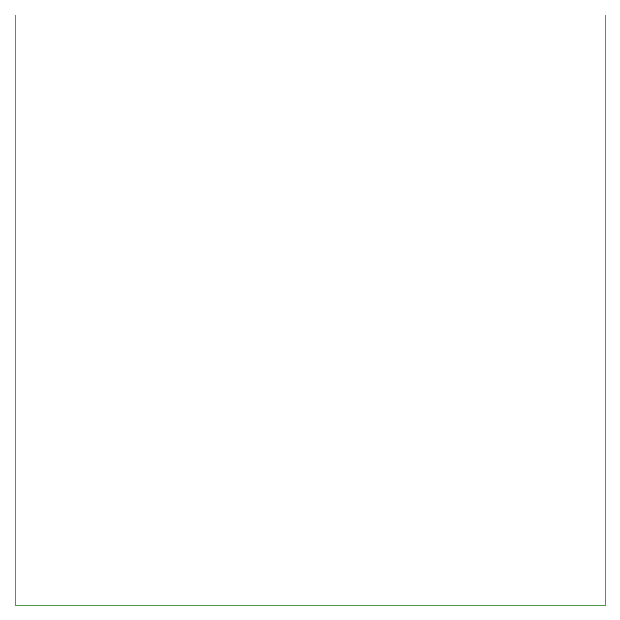
<source format=gbp>
G75*
%MOIN*%
%OFA0B0*%
%FSLAX25Y25*%
%IPPOS*%
%LPD*%
%AMOC8*
5,1,8,0,0,1.08239X$1,22.5*
%
%ADD10C,0.00000*%
D10*
X0001800Y0001800D02*
X0001800Y0198650D01*
X0001800Y0001800D02*
X0198650Y0001800D01*
X0198650Y0198650D01*
M02*

</source>
